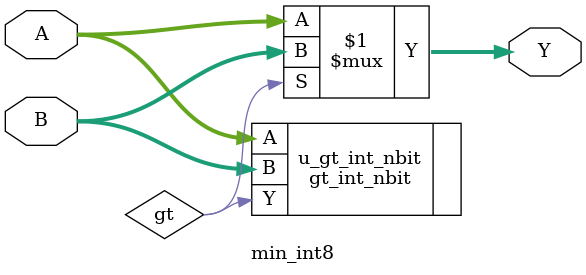
<source format=v>

module min_int8 #(
    parameter WIDTH = 8,
    parameter IMPL_TYPE = 0
)(
    input [WIDTH-1:0] A,
    input [WIDTH-1:0] B,
    output [WIDTH-1:0] Y,
);

    wire gt;
    gt_int_nbit #(
        .WIDTH(WIDTH),
        .IMPL_TYPE(IMPL_TYPE)
    ) u_gt_int_nbit (
        .A(A),
        .B(B),
        .Y(gt)
    );

    assign Y = gt ? B : A;

endmodule

</source>
